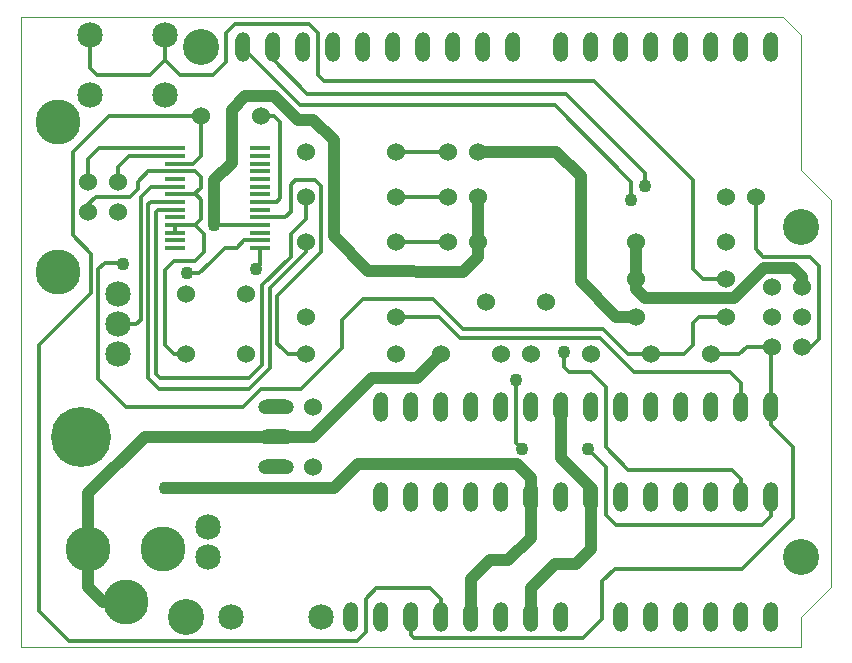
<source format=gtl>
G04 (created by PCBNEW (2013-03-31 BZR 4008)-stable) date 25-01-2015 17:47:35*
%MOIN*%
G04 Gerber Fmt 3.4, Leading zero omitted, Abs format*
%FSLAX34Y34*%
G01*
G70*
G90*
G04 APERTURE LIST*
%ADD10C,0*%
%ADD11C,0.00393701*%
%ADD12C,0.06*%
%ADD13C,0.085*%
%ADD14C,0.12*%
%ADD15C,0.15*%
%ADD16O,0.05X0.1*%
%ADD17R,0.065X0.015*%
%ADD18O,0.12X0.05*%
%ADD19C,0.2*%
%ADD20C,0.0433071*%
%ADD21C,0.012*%
%ADD22C,0.04*%
G04 APERTURE END LIST*
G54D10*
G54D11*
X34000Y-34000D02*
X34000Y-55000D01*
X59400Y-34000D02*
X34000Y-34000D01*
X60000Y-34600D02*
X59400Y-34000D01*
X60000Y-39100D02*
X60000Y-34600D01*
X61000Y-40100D02*
X60000Y-39100D01*
X61000Y-53000D02*
X61000Y-40100D01*
X60000Y-54000D02*
X61000Y-53000D01*
X60000Y-55000D02*
X60000Y-54000D01*
X34000Y-55000D02*
X60000Y-55000D01*
G54D12*
X57500Y-42750D03*
X54500Y-42750D03*
X43500Y-41500D03*
X46500Y-41500D03*
X43500Y-40000D03*
X46500Y-40000D03*
X57500Y-41500D03*
X54500Y-41500D03*
X43500Y-45250D03*
X46500Y-45250D03*
X43500Y-44000D03*
X46500Y-44000D03*
X54500Y-44000D03*
X57500Y-44000D03*
G54D13*
X41000Y-54000D03*
X44000Y-54000D03*
G54D12*
X51500Y-43500D03*
X49500Y-43500D03*
X51000Y-45250D03*
X53000Y-45250D03*
X50000Y-45250D03*
X48000Y-45250D03*
X39500Y-43250D03*
X39500Y-45250D03*
X55000Y-45250D03*
X57000Y-45250D03*
X40000Y-37300D03*
X42000Y-37300D03*
X43750Y-49000D03*
X43750Y-47000D03*
G54D14*
X60000Y-52000D03*
X40000Y-35000D03*
X39500Y-54000D03*
X60000Y-41000D03*
G54D15*
X35250Y-42500D03*
X35250Y-37500D03*
G54D12*
X37250Y-40500D03*
X37250Y-39500D03*
X36250Y-39500D03*
X36250Y-40500D03*
G54D15*
X37500Y-53500D03*
X36250Y-51750D03*
X38750Y-51750D03*
G54D12*
X60050Y-45000D03*
X59050Y-45000D03*
X59050Y-44000D03*
X60050Y-44000D03*
X60050Y-43000D03*
X59050Y-43000D03*
G54D16*
X44400Y-35000D03*
X43400Y-35000D03*
X41400Y-35000D03*
X42400Y-35000D03*
X46400Y-35000D03*
X45400Y-35000D03*
X47400Y-35000D03*
X48400Y-35000D03*
X50400Y-35000D03*
X49400Y-35000D03*
G54D13*
X37250Y-43250D03*
X37250Y-45250D03*
X37250Y-44250D03*
G54D12*
X46500Y-38500D03*
X43500Y-38500D03*
G54D16*
X53000Y-35000D03*
X52000Y-35000D03*
X55000Y-35000D03*
X54000Y-35000D03*
X56000Y-35000D03*
X57000Y-35000D03*
X59000Y-35000D03*
X58000Y-35000D03*
X46000Y-54000D03*
X45000Y-54000D03*
X48000Y-54000D03*
X47000Y-54000D03*
X49000Y-54000D03*
X50000Y-54000D03*
X52000Y-54000D03*
X51000Y-54000D03*
X55000Y-54000D03*
X54000Y-54000D03*
X56000Y-54000D03*
X57000Y-54000D03*
X59000Y-54000D03*
X58000Y-54000D03*
G54D12*
X41500Y-45250D03*
X41500Y-43250D03*
G54D13*
X40250Y-51000D03*
X40250Y-52000D03*
G54D12*
X48250Y-38500D03*
X49250Y-38500D03*
X49250Y-40000D03*
X48250Y-40000D03*
X49250Y-41500D03*
X48250Y-41500D03*
X57500Y-40000D03*
X58500Y-40000D03*
G54D17*
X39153Y-40944D03*
X39153Y-41200D03*
X39153Y-41456D03*
X39153Y-41712D03*
X39153Y-40688D03*
X39153Y-40433D03*
X39153Y-40177D03*
X39153Y-39921D03*
X39153Y-39665D03*
X39153Y-39409D03*
X39153Y-38897D03*
X39153Y-39153D03*
X39153Y-38641D03*
X39153Y-38385D03*
X41968Y-39409D03*
X41968Y-39665D03*
X41968Y-39921D03*
X41968Y-40177D03*
X41968Y-40433D03*
X41968Y-40688D03*
X41968Y-41712D03*
X41968Y-41456D03*
X41968Y-41200D03*
X41968Y-40944D03*
X41968Y-39153D03*
X41968Y-38897D03*
X41968Y-38641D03*
X41968Y-38385D03*
G54D16*
X56000Y-50000D03*
X57000Y-50000D03*
X58000Y-50000D03*
X59000Y-50000D03*
X55000Y-50000D03*
X54000Y-50000D03*
X53000Y-50000D03*
X52000Y-50000D03*
X51000Y-50000D03*
X50000Y-50000D03*
X48000Y-50000D03*
X49000Y-50000D03*
X47000Y-50000D03*
X46000Y-50000D03*
X50000Y-47000D03*
X51000Y-47000D03*
X52000Y-47000D03*
X53000Y-47000D03*
X54000Y-47000D03*
X55000Y-47000D03*
X59000Y-47000D03*
X58000Y-47000D03*
X57000Y-47000D03*
X56000Y-47000D03*
X49000Y-47000D03*
X48000Y-47000D03*
X47000Y-47000D03*
X46000Y-47000D03*
G54D18*
X42500Y-47000D03*
X42500Y-48000D03*
X42500Y-49000D03*
G54D19*
X36000Y-48000D03*
G54D13*
X36300Y-34600D03*
X36300Y-36600D03*
X38800Y-36600D03*
X38800Y-34600D03*
G54D20*
X38800Y-49700D03*
X40450Y-40950D03*
X54350Y-40100D03*
X52900Y-48400D03*
X50700Y-48400D03*
X50500Y-46100D03*
X52100Y-45175D03*
X54800Y-39650D03*
X39550Y-42550D03*
X37400Y-42250D03*
X41850Y-42400D03*
G54D21*
X40025Y-54800D02*
X45200Y-54800D01*
X45200Y-54800D02*
X45500Y-54500D01*
X35725Y-41275D02*
X35725Y-38525D01*
X35725Y-38525D02*
X36000Y-38250D01*
X40000Y-37300D02*
X36950Y-37300D01*
X36950Y-37300D02*
X36550Y-37700D01*
X39650Y-38897D02*
X39752Y-38897D01*
X40000Y-38650D02*
X40000Y-37250D01*
X39752Y-38897D02*
X40000Y-38650D01*
X48000Y-54000D02*
X48000Y-53400D01*
X45500Y-53400D02*
X45500Y-54500D01*
X45850Y-53050D02*
X45500Y-53400D01*
X47650Y-53050D02*
X45850Y-53050D01*
X48000Y-53400D02*
X47650Y-53050D01*
X36000Y-38250D02*
X36550Y-37700D01*
X36550Y-37700D02*
X36650Y-37600D01*
X36350Y-41900D02*
X35725Y-41275D01*
X36350Y-43200D02*
X36350Y-41900D01*
X40025Y-54800D02*
X35600Y-54800D01*
X35600Y-54800D02*
X34600Y-53800D01*
X34600Y-53800D02*
X34600Y-44950D01*
X34600Y-44950D02*
X36350Y-43200D01*
X39153Y-38897D02*
X39650Y-38897D01*
G54D22*
X43425Y-49700D02*
X44450Y-49700D01*
X45250Y-48900D02*
X50525Y-48900D01*
X44450Y-49700D02*
X45250Y-48900D01*
X58775Y-42375D02*
X57775Y-43375D01*
X60050Y-43000D02*
X60050Y-42675D01*
X54500Y-43075D02*
X54500Y-42750D01*
X57775Y-43375D02*
X54800Y-43375D01*
X54800Y-43375D02*
X54500Y-43075D01*
X59750Y-42375D02*
X58775Y-42375D01*
X60050Y-42675D02*
X59750Y-42375D01*
X40225Y-49700D02*
X38800Y-49700D01*
X51000Y-50000D02*
X51000Y-49375D01*
X51000Y-49375D02*
X50525Y-48900D01*
X43425Y-49700D02*
X40225Y-49700D01*
X40225Y-49700D02*
X38875Y-49700D01*
X51000Y-50000D02*
X51000Y-51375D01*
X49000Y-52750D02*
X49000Y-54000D01*
X49625Y-52125D02*
X49000Y-52750D01*
X50250Y-52125D02*
X49625Y-52125D01*
X51000Y-51375D02*
X50250Y-52125D01*
X54500Y-41500D02*
X54500Y-42750D01*
X49250Y-40000D02*
X49250Y-41500D01*
X40450Y-40950D02*
X40450Y-39450D01*
X41487Y-36662D02*
X41025Y-37125D01*
X41025Y-37125D02*
X41025Y-38875D01*
X43225Y-37450D02*
X42437Y-36662D01*
X43750Y-37450D02*
X43225Y-37450D01*
X44425Y-38125D02*
X43750Y-37450D01*
X44425Y-41325D02*
X44425Y-38125D01*
X45575Y-42475D02*
X44425Y-41325D01*
X48750Y-42500D02*
X45575Y-42475D01*
X49250Y-42000D02*
X48750Y-42500D01*
X49250Y-41500D02*
X49250Y-42000D01*
X42437Y-36662D02*
X41487Y-36662D01*
X40450Y-39450D02*
X41025Y-38875D01*
G54D21*
X41250Y-40944D02*
X41005Y-40944D01*
X41005Y-40944D02*
X40450Y-40950D01*
X41250Y-40944D02*
X41968Y-40944D01*
X37250Y-44250D02*
X37850Y-44250D01*
X37850Y-44250D02*
X38000Y-44100D01*
X38000Y-44100D02*
X38000Y-40000D01*
X38000Y-40000D02*
X38334Y-39665D01*
X38334Y-39665D02*
X39153Y-39665D01*
X59725Y-50725D02*
X59725Y-48350D01*
X59725Y-48350D02*
X59600Y-48225D01*
X59000Y-47000D02*
X59000Y-47625D01*
X59000Y-47625D02*
X59600Y-48225D01*
X47100Y-54700D02*
X47000Y-54600D01*
X47000Y-54600D02*
X47000Y-54000D01*
X52475Y-54700D02*
X47100Y-54700D01*
X58950Y-51500D02*
X59725Y-50725D01*
X52750Y-54700D02*
X53375Y-54075D01*
X53375Y-54075D02*
X53375Y-52825D01*
X53375Y-52825D02*
X53800Y-52400D01*
X53800Y-52400D02*
X58050Y-52400D01*
X58050Y-52400D02*
X58950Y-51500D01*
X52475Y-54700D02*
X52750Y-54700D01*
X59050Y-45000D02*
X58200Y-45000D01*
X58200Y-45000D02*
X57950Y-45250D01*
X57500Y-42750D02*
X56750Y-42750D01*
X56400Y-42400D02*
X56400Y-41650D01*
X56750Y-42750D02*
X56400Y-42400D01*
X43450Y-34250D02*
X43600Y-34250D01*
X56400Y-39450D02*
X56400Y-41650D01*
X53100Y-36150D02*
X56400Y-39450D01*
X44100Y-36150D02*
X53100Y-36150D01*
X43900Y-35950D02*
X44100Y-36150D01*
X43900Y-34550D02*
X43900Y-35950D01*
X43600Y-34250D02*
X43900Y-34550D01*
X38800Y-34600D02*
X38800Y-35450D01*
X38800Y-35450D02*
X38300Y-35950D01*
X36300Y-35700D02*
X36300Y-34600D01*
X36550Y-35950D02*
X36300Y-35700D01*
X38300Y-35950D02*
X36550Y-35950D01*
X39700Y-35950D02*
X39300Y-35950D01*
X39300Y-35950D02*
X38800Y-35450D01*
X41150Y-34250D02*
X43450Y-34250D01*
X40850Y-34550D02*
X41150Y-34250D01*
X40850Y-35500D02*
X40850Y-34550D01*
X40400Y-35950D02*
X40850Y-35500D01*
X40300Y-35950D02*
X39700Y-35950D01*
X40300Y-35950D02*
X40400Y-35950D01*
X59000Y-47000D02*
X59000Y-45050D01*
X59000Y-45050D02*
X59050Y-45000D01*
X57000Y-45250D02*
X57950Y-45250D01*
X54700Y-45850D02*
X54450Y-45850D01*
X53300Y-44700D02*
X48650Y-44700D01*
X54450Y-45850D02*
X53300Y-44700D01*
X48650Y-44700D02*
X47950Y-44000D01*
X46500Y-44000D02*
X47950Y-44000D01*
X58000Y-46200D02*
X58000Y-47000D01*
X57650Y-45850D02*
X58000Y-46200D01*
X54700Y-45850D02*
X57650Y-45850D01*
X41400Y-35000D02*
X41400Y-35050D01*
X54350Y-39500D02*
X54350Y-40100D01*
X51800Y-36950D02*
X54350Y-39500D01*
X43300Y-36950D02*
X51800Y-36950D01*
X41400Y-35050D02*
X43300Y-36950D01*
X50500Y-48200D02*
X50500Y-46100D01*
X50700Y-48400D02*
X50500Y-48200D01*
X59000Y-50000D02*
X59000Y-50650D01*
X53500Y-50600D02*
X53500Y-49000D01*
X53850Y-50950D02*
X53500Y-50600D01*
X58700Y-50950D02*
X53850Y-50950D01*
X59000Y-50650D02*
X58700Y-50950D01*
X53500Y-49000D02*
X52900Y-48400D01*
X52925Y-45850D02*
X52275Y-45850D01*
X52100Y-45675D02*
X52100Y-45175D01*
X52275Y-45850D02*
X52100Y-45675D01*
X42400Y-35000D02*
X42400Y-35425D01*
X54800Y-39200D02*
X54800Y-39650D01*
X52175Y-36575D02*
X54800Y-39200D01*
X43550Y-36575D02*
X52175Y-36575D01*
X42400Y-35425D02*
X43550Y-36575D01*
X53000Y-45850D02*
X52925Y-45850D01*
X53500Y-46350D02*
X53000Y-45850D01*
X53500Y-46600D02*
X53500Y-46350D01*
X58000Y-49400D02*
X57700Y-49100D01*
X57700Y-49100D02*
X54250Y-49100D01*
X54250Y-49100D02*
X53500Y-48350D01*
X53500Y-48350D02*
X53500Y-46600D01*
X58000Y-50000D02*
X58000Y-49400D01*
X39550Y-42550D02*
X39950Y-42550D01*
X39950Y-42550D02*
X40300Y-42200D01*
X49800Y-44400D02*
X48750Y-44400D01*
X47750Y-43400D02*
X45400Y-43400D01*
X48750Y-44400D02*
X47750Y-43400D01*
X36800Y-42200D02*
X37350Y-42200D01*
X41968Y-41456D02*
X41443Y-41456D01*
X41200Y-41700D02*
X41443Y-41456D01*
X45400Y-43400D02*
X44700Y-44100D01*
X44700Y-44100D02*
X44700Y-45050D01*
X44700Y-45050D02*
X43350Y-46400D01*
X43350Y-46400D02*
X42000Y-46400D01*
X42000Y-46400D02*
X41400Y-47000D01*
X41400Y-47000D02*
X37500Y-47000D01*
X37500Y-47000D02*
X36570Y-46070D01*
X36570Y-46070D02*
X36570Y-42429D01*
X36570Y-42429D02*
X36800Y-42200D01*
X53400Y-44400D02*
X49800Y-44400D01*
X54250Y-45250D02*
X55000Y-45250D01*
X54250Y-45250D02*
X53400Y-44400D01*
X40800Y-41700D02*
X41200Y-41700D01*
X39950Y-42550D02*
X40300Y-42200D01*
X40300Y-42200D02*
X40800Y-41700D01*
X37350Y-42200D02*
X37400Y-42250D01*
X55000Y-45250D02*
X56100Y-45250D01*
X56400Y-44200D02*
X56600Y-44000D01*
X56400Y-44950D02*
X56400Y-44200D01*
X56100Y-45250D02*
X56400Y-44950D01*
X56600Y-44000D02*
X57500Y-44000D01*
G54D22*
X36250Y-51750D02*
X36250Y-49875D01*
X36250Y-49875D02*
X38125Y-48000D01*
X37500Y-53500D02*
X36750Y-53500D01*
X36250Y-53000D02*
X36250Y-51750D01*
X36750Y-53500D02*
X36250Y-53000D01*
X42500Y-48000D02*
X43750Y-48000D01*
X45700Y-46050D02*
X47200Y-46050D01*
X43750Y-48000D02*
X45700Y-46050D01*
X40825Y-48000D02*
X38125Y-48000D01*
X40825Y-48000D02*
X42500Y-48000D01*
X51000Y-54000D02*
X51000Y-53050D01*
X53000Y-51750D02*
X53000Y-50000D01*
X52500Y-52250D02*
X53000Y-51750D01*
X51800Y-52250D02*
X52500Y-52250D01*
X51000Y-53050D02*
X51800Y-52250D01*
X53000Y-50000D02*
X53000Y-49700D01*
X52000Y-48700D02*
X52000Y-47000D01*
X53000Y-49700D02*
X52000Y-48700D01*
X54500Y-44000D02*
X53850Y-44000D01*
X52675Y-39325D02*
X51850Y-38500D01*
X52675Y-42825D02*
X52675Y-39325D01*
X53850Y-44000D02*
X52675Y-42825D01*
X51850Y-38500D02*
X49250Y-38500D01*
X47200Y-46050D02*
X48000Y-45250D01*
G54D21*
X40000Y-39600D02*
X40000Y-39350D01*
X39803Y-39153D02*
X39153Y-39153D01*
X40000Y-39350D02*
X39803Y-39153D01*
X40000Y-39600D02*
X40000Y-39700D01*
X40000Y-39700D02*
X39778Y-39921D01*
X40000Y-40200D02*
X40000Y-40100D01*
X40000Y-40100D02*
X39821Y-39921D01*
X39821Y-39921D02*
X39778Y-39921D01*
X39778Y-39921D02*
X39153Y-39921D01*
X60050Y-45000D02*
X60350Y-45000D01*
X60600Y-42300D02*
X60300Y-42000D01*
X60600Y-44750D02*
X60600Y-42300D01*
X60350Y-45000D02*
X60600Y-44750D01*
X41968Y-40177D02*
X42522Y-40177D01*
X42522Y-40177D02*
X42650Y-40050D01*
X42650Y-40050D02*
X42650Y-37500D01*
X42650Y-37500D02*
X42450Y-37300D01*
X42450Y-37300D02*
X42000Y-37300D01*
X42650Y-37950D02*
X42650Y-37500D01*
X42650Y-40050D02*
X42650Y-37950D01*
X42522Y-40177D02*
X42650Y-40050D01*
X42450Y-37300D02*
X42000Y-37300D01*
X42650Y-37500D02*
X42450Y-37300D01*
X49250Y-38500D02*
X51850Y-38500D01*
X39500Y-45250D02*
X39100Y-45250D01*
X40100Y-41700D02*
X40100Y-41239D01*
X40100Y-41239D02*
X39805Y-40944D01*
X40100Y-41850D02*
X40100Y-41700D01*
X39100Y-45250D02*
X38800Y-44950D01*
X38800Y-44950D02*
X38800Y-42450D01*
X38800Y-42450D02*
X39100Y-42150D01*
X39100Y-42150D02*
X39800Y-42150D01*
X39800Y-42150D02*
X40100Y-41850D01*
X47200Y-46050D02*
X48000Y-45250D01*
X39153Y-39153D02*
X38246Y-39153D01*
X36250Y-40250D02*
X36250Y-40500D01*
X36500Y-40000D02*
X36250Y-40250D01*
X37650Y-40000D02*
X36500Y-40000D01*
X37900Y-39750D02*
X37650Y-40000D01*
X37900Y-39500D02*
X37900Y-39750D01*
X38246Y-39153D02*
X37900Y-39500D01*
X58500Y-41750D02*
X58500Y-40000D01*
X58750Y-42000D02*
X58500Y-41750D01*
X60300Y-42000D02*
X58750Y-42000D01*
X40000Y-40177D02*
X40000Y-40200D01*
X40000Y-40200D02*
X40000Y-40250D01*
X39805Y-40944D02*
X39153Y-40944D01*
X40000Y-40750D02*
X39805Y-40944D01*
X40000Y-40250D02*
X40000Y-40750D01*
X39153Y-40944D02*
X39153Y-41200D01*
X46500Y-38500D02*
X48250Y-38500D01*
X42300Y-43300D02*
X42300Y-43050D01*
X43500Y-41850D02*
X43500Y-41500D01*
X42300Y-43050D02*
X43500Y-41850D01*
X42300Y-45250D02*
X42300Y-43300D01*
X42300Y-45700D02*
X41600Y-46400D01*
X42300Y-45250D02*
X42300Y-45700D01*
X38250Y-46050D02*
X38250Y-45200D01*
X38600Y-46400D02*
X38250Y-46050D01*
X41600Y-46400D02*
X38600Y-46400D01*
X38250Y-45200D02*
X38250Y-42150D01*
X39153Y-40177D02*
X38322Y-40177D01*
X38322Y-40177D02*
X38250Y-40250D01*
X38250Y-40250D02*
X38250Y-42150D01*
X39250Y-46050D02*
X38650Y-46050D01*
X38500Y-45900D02*
X38500Y-45600D01*
X38650Y-46050D02*
X38500Y-45900D01*
X42050Y-45100D02*
X42050Y-42950D01*
X42050Y-42950D02*
X43000Y-42000D01*
X43000Y-41450D02*
X43000Y-41250D01*
X43500Y-40750D02*
X43500Y-40000D01*
X43000Y-41250D02*
X43500Y-40750D01*
X42050Y-45600D02*
X41600Y-46050D01*
X42050Y-45100D02*
X42050Y-45600D01*
X38500Y-45600D02*
X38500Y-41900D01*
X38500Y-40500D02*
X38500Y-41900D01*
X38566Y-40433D02*
X38500Y-40500D01*
X39153Y-40433D02*
X38566Y-40433D01*
X41600Y-46050D02*
X39250Y-46050D01*
X43000Y-42000D02*
X43000Y-41450D01*
X46500Y-41500D02*
X48250Y-41500D01*
X46500Y-40000D02*
X48250Y-40000D01*
X41968Y-42281D02*
X41968Y-41712D01*
X41850Y-42400D02*
X41968Y-42281D01*
X43700Y-39450D02*
X43800Y-39450D01*
X44000Y-39650D02*
X44000Y-41850D01*
X43800Y-39450D02*
X44000Y-39650D01*
X43000Y-40000D02*
X43000Y-39600D01*
X43150Y-39450D02*
X43700Y-39450D01*
X43000Y-39600D02*
X43150Y-39450D01*
X42700Y-45050D02*
X42550Y-44900D01*
X42550Y-43300D02*
X44000Y-41850D01*
X42550Y-44900D02*
X42550Y-43300D01*
X43500Y-45250D02*
X42900Y-45250D01*
X42900Y-45250D02*
X42700Y-45050D01*
X42500Y-40688D02*
X42811Y-40688D01*
X43000Y-40500D02*
X43000Y-40000D01*
X42811Y-40688D02*
X43000Y-40500D01*
X41968Y-40688D02*
X42500Y-40688D01*
X39153Y-38385D02*
X36614Y-38385D01*
X36250Y-38750D02*
X36250Y-39500D01*
X36614Y-38385D02*
X36250Y-38750D01*
X39153Y-38641D02*
X37608Y-38641D01*
X37250Y-39000D02*
X37250Y-39500D01*
X37608Y-38641D02*
X37250Y-39000D01*
M02*

</source>
